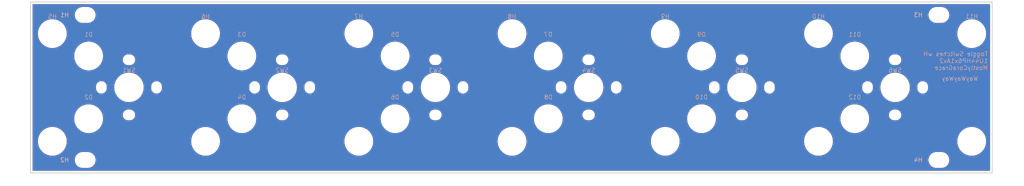
<source format=kicad_pcb>
(kicad_pcb (version 20241229) (generator "pcbnew") (generator_version "9.0")
  (layers (0 "F.Cu" signal) (2 "B.Cu" signal) (13 "F.Paste" user) (15 "B.Paste" user) (5 "F.SilkS" user "F.Silkscreen") (7 "B.SilkS" user "B.Silkscreen") (1 "F.Mask" user) (3 "B.Mask" user) (25 "Edge.Cuts" user))
  (net 0 "")
  (footprint "EXC:6mm_Panel_Mount_LED" (layer "F.Cu") (at 84.62 14.95)
    (property "Reference" "D5" (at 0 -5 0) (layer "B.SilkS") (effects (font (thickness 0.1)) (justify mirror)))
    (property "Value" "6mm_Panel_Mount_LED")
    (pad "" np_thru_hole circle (at 0 0) (size 6.2 6.2) (drill 6.2) (layers "*.Cu" "*.Mask"))
  )
  (footprint "EXC:6mm_Panel_Mount_LED" (layer "F.Cu") (at 155.74 14.95)
    (property "Reference" "D9" (at 0 -5 0) (layer "B.SilkS") (effects (font (thickness 0.1)) (justify mirror)))
    (property "Value" "6mm_Panel_Mount_LED")
    (pad "" np_thru_hole circle (at 0 0) (size 6.2 6.2) (drill 6.2) (layers "*.Cu" "*.Mask"))
  )
  (footprint "EXC:6mm_Panel_Mount_LED" (layer "F.Cu") (at 191.3 29.5)
    (property "Reference" "D12" (at 0 -5 0) (layer "B.SilkS") (effects (font (thickness 0.1)) (justify mirror)))
    (property "Value" "6mm_Panel_Mount_LED")
    (pad "" np_thru_hole circle (at 0 0) (size 6.2 6.2) (drill 6.2) (layers "*.Cu" "*.Mask"))
  )
  (footprint "EXC:Handle_1UM3P25_B" (layer "F.Cu") (at 76.2 9.75)
    (property "Reference" "H7" (at 0 -4 0) (layer "B.SilkS") (effects (font (thickness 0.1)) (justify mirror)))
    (property "Value" "Handle_1UM3P25_PanelMount_B")
    (pad "" np_thru_hole circle (at 0 0) (size 6.2 6.2) (drill 6.2) (layers "*.Cu" "*.Mask"))
    (pad "" np_thru_hole circle (at 0 25) (size 6.2 6.2) (drill 6.2) (layers "*.Cu" "*.Mask"))
  )
  (footprint "EXC:6mm_Panel_Mount_LED" (layer "F.Cu") (at 49.06 29.5)
    (property "Reference" "D4" (at 0 -5 0) (layer "B.SilkS") (effects (font (thickness 0.1)) (justify mirror)))
    (property "Value" "6mm_Panel_Mount_LED")
    (pad "" np_thru_hole circle (at 0 0) (size 6.2 6.2) (drill 6.2) (layers "*.Cu" "*.Mask"))
  )
  (footprint "EXC:Handle_1UM3P25_B" (layer "F.Cu") (at 40.64 9.75)
    (property "Reference" "H6" (at 0 -4 0) (layer "B.SilkS") (effects (font (thickness 0.1)) (justify mirror)))
    (property "Value" "Handle_1UM3P25_PanelMount_B")
    (pad "" np_thru_hole circle (at 0 0) (size 6.2 6.2) (drill 6.2) (layers "*.Cu" "*.Mask"))
    (pad "" np_thru_hole circle (at 0 25) (size 6.2 6.2) (drill 6.2) (layers "*.Cu" "*.Mask"))
  )
  (footprint "EXC:6mm_Panel_Mount_LED" (layer "F.Cu") (at 191.3 14.95)
    (property "Reference" "D11" (at 0 -5 0) (layer "B.SilkS") (effects (font (thickness 0.1)) (justify mirror)))
    (property "Value" "6mm_Panel_Mount_LED")
    (pad "" np_thru_hole circle (at 0 0) (size 6.2 6.2) (drill 6.2) (layers "*.Cu" "*.Mask"))
  )
  (footprint "EXC:Handle_1UM3P25_B" (layer "F.Cu") (at 5.08 9.75)
    (property "Reference" "H5" (at 0 -4 0) (layer "B.SilkS") (effects (font (thickness 0.1)) (justify mirror)))
    (property "Value" "Handle_1UM3P25_PanelMount_B")
    (pad "" np_thru_hole circle (at 0 0) (size 6.2 6.2) (drill 6.2) (layers "*.Cu" "*.Mask"))
    (pad "" np_thru_hole circle (at 0 25) (size 6.2 6.2) (drill 6.2) (layers "*.Cu" "*.Mask"))
  )
  (footprint "EXC:6mm_Panel_Mount_LED" (layer "F.Cu") (at 155.74 29.5)
    (property "Reference" "D10" (at 0 -5 0) (layer "B.SilkS") (effects (font (thickness 0.1)) (justify mirror)))
    (property "Value" "6mm_Panel_Mount_LED")
    (pad "" np_thru_hole circle (at 0 0) (size 6.2 6.2) (drill 6.2) (layers "*.Cu" "*.Mask"))
  )
  (footprint "EXC:SW_SPDT_M6.35_Panel_Mount" (layer "F.Cu") (at 93.98 22.225)
    (property "Reference" "SW3" (at 0 -4 0) (layer "B.SilkS") (effects (font (thickness 0.1)) (justify mirror)))
    (property "Value" "SW_SPST_M6.35_MOUNT")
    (pad "" np_thru_hole oval (at -6.4 0) (size 2 2.4) (drill oval 2 2.4) (layers "*.Cu" "*.Mask"))
    (pad "" np_thru_hole oval (at 0 -6.4) (size 2.4 2) (drill oval 2.4 2) (layers "*.Cu" "*.Mask"))
    (pad "" np_thru_hole circle (at 0 0) (size 6.35 6.35) (drill 6.35) (layers "*.Cu" "*.Mask"))
    (pad "" np_thru_hole oval (at 0 6.4008) (size 2.4 2) (drill oval 2.4 2) (layers "*.Cu" "*.Mask"))
    (pad "" np_thru_hole oval (at 6.4 0) (size 2 2.4) (drill oval 2 2.4) (layers "*.Cu" "*.Mask"))
  )
  (footprint "EXC:MountingHole_3.2mm_M3" (layer "F.Cu") (at 12.7 39.075)
    (property "Reference" "H2" (at -3.683 0 0) (layer "B.SilkS") (effects (justify left mirror)))
    (property "Value" "Eurorack_M3_MountingHole")
    (pad "" np_thru_hole oval (at 0 0) (size 4.34 3.2) (drill oval 4.34 3.2) (layers "*.Cu" "*.Mask"))
  )
  (footprint "EXC:6mm_Panel_Mount_LED" (layer "F.Cu") (at 13.5 29.5)
    (property "Reference" "D2" (at 0 -5 0) (layer "B.SilkS") (effects (font (thickness 0.1)) (justify mirror)))
    (property "Value" "6mm_Panel_Mount_LED")
    (pad "" np_thru_hole circle (at 0 0) (size 6.2 6.2) (drill 6.2) (layers "*.Cu" "*.Mask"))
  )
  (footprint "EXC:Handle_1UM3P25_B" (layer "F.Cu") (at 147.32 9.75)
    (property "Reference" "H9" (at 0 -4 0) (layer "B.SilkS") (effects (font (thickness 0.1)) (justify mirror)))
    (property "Value" "Handle_1UM3P25_PanelMount_B")
    (pad "" np_thru_hole circle (at 0 0) (size 6.2 6.2) (drill 6.2) (layers "*.Cu" "*.Mask"))
    (pad "" np_thru_hole circle (at 0 25) (size 6.2 6.2) (drill 6.2) (layers "*.Cu" "*.Mask"))
  )
  (footprint "EXC:6mm_Panel_Mount_LED" (layer "F.Cu") (at 84.62 29.5)
    (property "Reference" "D6" (at 0 -5 0) (layer "B.SilkS") (effects (font (thickness 0.1)) (justify mirror)))
    (property "Value" "6mm_Panel_Mount_LED")
    (pad "" np_thru_hole circle (at 0 0) (size 6.2 6.2) (drill 6.2) (layers "*.Cu" "*.Mask"))
  )
  (footprint "EXC:SW_SPDT_M6.35_Panel_Mount" (layer "F.Cu") (at 165.1 22.225)
    (property "Reference" "SW5" (at 0 -4 0) (layer "B.SilkS") (effects (font (thickness 0.1)) (justify mirror)))
    (property "Value" "SW_SPST_M6.35_MOUNT")
    (pad "" np_thru_hole oval (at -6.4 0) (size 2 2.4) (drill oval 2 2.4) (layers "*.Cu" "*.Mask"))
    (pad "" np_thru_hole oval (at 0 -6.4) (size 2.4 2) (drill oval 2.4 2) (layers "*.Cu" "*.Mask"))
    (pad "" np_thru_hole circle (at 0 0) (size 6.35 6.35) (drill 6.35) (layers "*.Cu" "*.Mask"))
    (pad "" np_thru_hole oval (at 0 6.4008) (size 2.4 2) (drill oval 2.4 2) (layers "*.Cu" "*.Mask"))
    (pad "" np_thru_hole oval (at 6.4 0) (size 2 2.4) (drill oval 2 2.4) (layers "*.Cu" "*.Mask"))
  )
  (footprint "EXC:SW_SPDT_M6.35_Panel_Mount" (layer "F.Cu") (at 58.42 22.225)
    (property "Reference" "SW2" (at 0 -4 0) (layer "B.SilkS") (effects (font (thickness 0.1)) (justify mirror)))
    (property "Value" "SW_SPST_M6.35_MOUNT")
    (pad "" np_thru_hole oval (at -6.4 0) (size 2 2.4) (drill oval 2 2.4) (layers "*.Cu" "*.Mask"))
    (pad "" np_thru_hole oval (at 0 -6.4) (size 2.4 2) (drill oval 2.4 2) (layers "*.Cu" "*.Mask"))
    (pad "" np_thru_hole circle (at 0 0) (size 6.35 6.35) (drill 6.35) (layers "*.Cu" "*.Mask"))
    (pad "" np_thru_hole oval (at 0 6.4008) (size 2.4 2) (drill oval 2.4 2) (layers "*.Cu" "*.Mask"))
    (pad "" np_thru_hole oval (at 6.4 0) (size 2 2.4) (drill oval 2 2.4) (layers "*.Cu" "*.Mask"))
  )
  (footprint "EXC:MountingHole_3.2mm_M3" (layer "F.Cu") (at 210.82 39.075)
    (property "Reference" "H4" (at -3.683 0 0) (layer "B.SilkS") (effects (justify left mirror)))
    (property "Value" "Eurorack_M3_MountingHole")
    (pad "" np_thru_hole oval (at 0 0) (size 4.34 3.2) (drill oval 4.34 3.2) (layers "*.Cu" "*.Mask"))
  )
  (footprint "EXC:Handle_1UM3P25_B" (layer "F.Cu") (at 182.88 9.75)
    (property "Reference" "H10" (at 0 -4 0) (layer "B.SilkS") (effects (font (thickness 0.1)) (justify mirror)))
    (property "Value" "Handle_1UM3P25_PanelMount_B")
    (pad "" np_thru_hole circle (at 0 0) (size 6.2 6.2) (drill 6.2) (layers "*.Cu" "*.Mask"))
    (pad "" np_thru_hole circle (at 0 25) (size 6.2 6.2) (drill 6.2) (layers "*.Cu" "*.Mask"))
  )
  (footprint "EXC:6mm_Panel_Mount_LED" (layer "F.Cu") (at 13.5 14.95)
    (property "Reference" "D1" (at 0 -5 0) (layer "B.SilkS") (effects (font (thickness 0.1)) (justify mirror)))
    (property "Value" "6mm_Panel_Mount_LED")
    (pad "" np_thru_hole circle (at 0 0) (size 6.2 6.2) (drill 6.2) (layers "*.Cu" "*.Mask"))
  )
  (footprint "EXC:6mm_Panel_Mount_LED" (layer "F.Cu") (at 120.18 29.5)
    (property "Reference" "D8" (at 0 -5 0) (layer "B.SilkS") (effects (font (thickness 0.1)) (justify mirror)))
    (property "Value" "6mm_Panel_Mount_LED")
    (pad "" np_thru_hole circle (at 0 0) (size 6.2 6.2) (drill 6.2) (layers "*.Cu" "*.Mask"))
  )
  (footprint "EXC:MountingHole_3.2mm_M3" (layer "F.Cu") (at 12.7 5.425)
    (property "Reference" "H1" (at -3.683 0 0) (layer "B.SilkS") (effects (justify left mirror)))
    (property "Value" "Eurorack_M3_MountingHole")
    (pad "" np_thru_hole oval (at 0 0) (size 4.34 3.2) (drill oval 4.34 3.2) (layers "*.Cu" "*.Mask"))
  )
  (footprint "EXC:SW_SPDT_M6.35_Panel_Mount" (layer "F.Cu") (at 22.86 22.225)
    (property "Reference" "SW1" (at 0 -4 0) (layer "B.SilkS") (effects (font (thickness 0.1)) (justify mirror)))
    (property "Value" "SW_SPST_M6.35_MOUNT")
    (pad "" np_thru_hole oval (at -6.4 0) (size 2 2.4) (drill oval 2 2.4) (layers "*.Cu" "*.Mask"))
    (pad "" np_thru_hole oval (at 0 -6.4) (size 2.4 2) (drill oval 2.4 2) (layers "*.Cu" "*.Mask"))
    (pad "" np_thru_hole circle (at 0 0) (size 6.35 6.35) (drill 6.35) (layers "*.Cu" "*.Mask"))
    (pad "" np_thru_hole oval (at 0 6.4008) (size 2.4 2) (drill oval 2.4 2) (layers "*.Cu" "*.Mask"))
    (pad "" np_thru_hole oval (at 6.4 0) (size 2 2.4) (drill oval 2 2.4) (layers "*.Cu" "*.Mask"))
  )
  (footprint "EXC:SW_SPDT_M6.35_Panel_Mount" (layer "F.Cu") (at 129.54 22.225)
    (property "Reference" "SW4" (at 0 -4 0) (layer "B.SilkS") (effects (font (thickness 0.1)) (justify mirror)))
    (property "Value" "SW_SPST_M6.35_MOUNT")
    (pad "" np_thru_hole oval (at -6.4 0) (size 2 2.4) (drill oval 2 2.4) (layers "*.Cu" "*.Mask"))
    (pad "" np_thru_hole oval (at 0 -6.4) (size 2.4 2) (drill oval 2.4 2) (layers "*.Cu" "*.Mask"))
    (pad "" np_thru_hole circle (at 0 0) (size 6.35 6.35) (drill 6.35) (layers "*.Cu" "*.Mask"))
    (pad "" np_thru_hole oval (at 0 6.4008) (size 2.4 2) (drill oval 2.4 2) (layers "*.Cu" "*.Mask"))
    (pad "" np_thru_hole oval (at 6.4 0) (size 2 2.4) (drill oval 2 2.4) (layers "*.Cu" "*.Mask"))
  )
  (footprint "EXC:SW_SPDT_M6.35_Panel_Mount" (layer "F.Cu") (at 200.66 22.225)
    (property "Reference" "SW6" (at 0 -4 0) (layer "B.SilkS") (effects (font (thickness 0.1)) (justify mirror)))
    (property "Value" "SW_SPST_M6.35_MOUNT")
    (pad "" np_thru_hole oval (at -6.4 0) (size 2 2.4) (drill oval 2 2.4) (layers "*.Cu" "*.Mask"))
    (pad "" np_thru_hole oval (at 0 -6.4) (size 2.4 2) (drill oval 2.4 2) (layers "*.Cu" "*.Mask"))
    (pad "" np_thru_hole circle (at 0 0) (size 6.35 6.35) (drill 6.35) (layers "*.Cu" "*.Mask"))
    (pad "" np_thru_hole oval (at 0 6.4008) (size 2.4 2) (drill oval 2.4 2) (layers "*.Cu" "*.Mask"))
    (pad "" np_thru_hole oval (at 6.4 0) (size 2 2.4) (drill oval 2 2.4) (layers "*.Cu" "*.Mask"))
  )
  (footprint "EXC:MountingHole_3.2mm_M3" (layer "F.Cu") (at 210.82 5.425)
    (property "Reference" "H3" (at -3.683 0 0) (layer "B.SilkS") (effects (justify left mirror)))
    (property "Value" "Eurorack_M3_MountingHole")
    (pad "" np_thru_hole oval (at 0 0) (size 4.34 3.2) (drill oval 4.34 3.2) (layers "*.Cu" "*.Mask"))
  )
  (footprint "EXC:6mm_Panel_Mount_LED" (layer "F.Cu") (at 120.18 14.95)
    (property "Reference" "D7" (at 0 -5 0) (layer "B.SilkS") (effects (font (thickness 0.1)) (justify mirror)))
    (property "Value" "6mm_Panel_Mount_LED")
    (pad "" np_thru_hole circle (at 0 0) (size 6.2 6.2) (drill 6.2) (layers "*.Cu" "*.Mask"))
  )
  (footprint "EXC:6mm_Panel_Mount_LED" (layer "F.Cu") (at 49.06 14.95)
    (property "Reference" "D3" (at 0 -5 0) (layer "B.SilkS") (effects (font (thickness 0.1)) (justify mirror)))
    (property "Value" "6mm_Panel_Mount_LED")
    (pad "" np_thru_hole circle (at 0 0) (size 6.2 6.2) (drill 6.2) (layers "*.Cu" "*.Mask"))
  )
  (footprint "EXC:Handle_1UM3P25_B" (layer "F.Cu") (at 111.76 9.75)
    (property "Reference" "H8" (at 0 -4 0) (layer "B.SilkS") (effects (font (thickness 0.1)) (justify mirror)))
    (property "Value" "Handle_1UM3P25_PanelMount_B")
    (pad "" np_thru_hole circle (at 0 0) (size 6.2 6.2) (drill 6.2) (layers "*.Cu" "*.Mask"))
    (pad "" np_thru_hole circle (at 0 25) (size 6.2 6.2) (drill 6.2) (layers "*.Cu" "*.Mask"))
  )
  (footprint "EXC:Handle_1UM3P25_B" (layer "F.Cu") (at 218.44 9.75)
    (property "Reference" "H11" (at 0 -4 0) (layer "B.SilkS") (effects (font (thickness 0.1)) (justify mirror)))
    (property "Value" "Handle_1UM3P25_PanelMount_B")
    (pad "" np_thru_hole circle (at 0 0) (size 6.2 6.2) (drill 6.2) (layers "*.Cu" "*.Mask"))
    (pad "" np_thru_hole circle (at 0 25) (size 6.2 6.2) (drill 6.2) (layers "*.Cu" "*.Mask"))
  )
  (gr_rect (start 0 2.425) (end 223.2 42.075) (stroke (width 0.2)) (fill no) (layer "Edge.Cuts"))
  (gr_text "WayWayWay" (at 220 20.75 0) (layer "B.SilkS") (effects (font (size 1 1) (thickness 0.1)) (justify left bottom mirror)))
  (gr_text "Toggle Switches wH\n1U44HP6x1Av2\nMostlyCoraGrace" (at 222.25 18.275 0) (layer "B.SilkS") (effects (font (size 1 1) (thickness 0.1)) (justify left bottom mirror)))
  (zone (net 0) (net_name "") (layers "F.Cu" "B.Cu") (connect_pads (clearance 0.5)) (min_thickness 0.25) (fill yes (thermal_gap 0.5) (thermal_bridge_width 0.5) (island_removal_mode 1) (island_area_min 10))
    (polygon (pts (xy 0 2.425) (xy 223.2 2.425) (xy 223.2 42.075) (xy 0 42.075)))
  )
)
</source>
